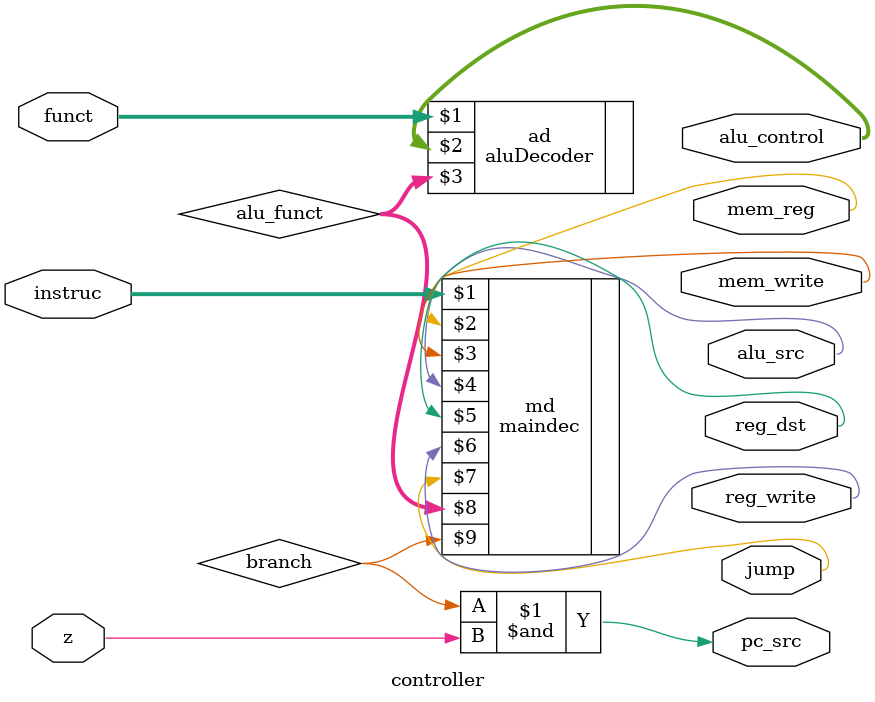
<source format=sv>
module controller (input logic [5:0] instruc, funct, input logic z, output logic mem_reg, mem_write, pc_src, alu_src, reg_dst, reg_write, jump, output logic [2:0] alu_control);

	logic [1:0] alu_funct;
	logic branch;

	maindec md(instruc, mem_reg, mem_write, alu_src, reg_dst, reg_write, jump, alu_funct, branch);
	aluDecoder ad(funct, alu_control, alu_funct);
	assign pc_src = branch & z;
	

endmodule


//module controller(op, funct, zero, memtoreg, memwrite, pcsrc, alusrc, regdst, regwrite, jump, alucontrol); 
//
//    input logic [5:0] op, funct; 
//
//    input logic zero; 
//
//    output logic memtoreg, memwrite, pcsrc, alusrc, regdst, regwrite, jump; 
//
//    output logic [2:0] alucontrol; 
//
//    maindec md(op, memtoreg,  memwrite, branch, alusrc, regdst, regwrite, jump, aluop); 
//
//    aluDecoder ad (funct, aluop, alucontrol); 
//
//    assign pcsrc=branch&zero; 
//
//endmodule






</source>
